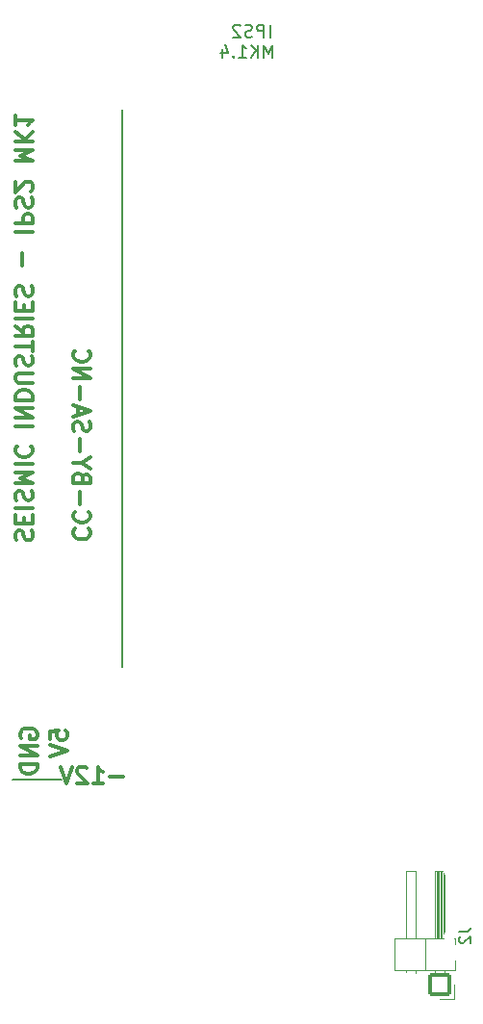
<source format=gbr>
%TF.GenerationSoftware,KiCad,Pcbnew,8.0.3*%
%TF.CreationDate,2024-07-16T16:01:19-03:00*%
%TF.ProjectId,IPS2,49505332-2e6b-4696-9361-645f70636258,rev?*%
%TF.SameCoordinates,Original*%
%TF.FileFunction,Legend,Bot*%
%TF.FilePolarity,Positive*%
%FSLAX46Y46*%
G04 Gerber Fmt 4.6, Leading zero omitted, Abs format (unit mm)*
G04 Created by KiCad (PCBNEW 8.0.3) date 2024-07-16 16:01:19*
%MOMM*%
%LPD*%
G01*
G04 APERTURE LIST*
G04 Aperture macros list*
%AMRoundRect*
0 Rectangle with rounded corners*
0 $1 Rounding radius*
0 $2 $3 $4 $5 $6 $7 $8 $9 X,Y pos of 4 corners*
0 Add a 4 corners polygon primitive as box body*
4,1,4,$2,$3,$4,$5,$6,$7,$8,$9,$2,$3,0*
0 Add four circle primitives for the rounded corners*
1,1,$1+$1,$2,$3*
1,1,$1+$1,$4,$5*
1,1,$1+$1,$6,$7*
1,1,$1+$1,$8,$9*
0 Add four rect primitives between the rounded corners*
20,1,$1+$1,$2,$3,$4,$5,0*
20,1,$1+$1,$4,$5,$6,$7,0*
20,1,$1+$1,$6,$7,$8,$9,0*
20,1,$1+$1,$8,$9,$2,$3,0*%
G04 Aperture macros list end*
%ADD10C,0.150000*%
%ADD11C,0.200000*%
%ADD12C,0.300000*%
%ADD13C,0.120000*%
%ADD14C,0.500000*%
%ADD15C,1.400000*%
%ADD16RoundRect,0.200000X-0.850000X-0.850000X0.850000X-0.850000X0.850000X0.850000X-0.850000X0.850000X0*%
%ADD17O,2.100000X2.100000*%
%ADD18C,1.000000*%
%ADD19C,2.400000*%
%ADD20O,2.800000X2.000000*%
%ADD21O,2.900000X2.000000*%
%ADD22O,2.900000X1.900000*%
%ADD23C,0.402000*%
%ADD24RoundRect,0.200000X0.850000X-0.850000X0.850000X0.850000X-0.850000X0.850000X-0.850000X-0.850000X0*%
%ADD25C,1.050000*%
%ADD26O,2.500000X1.400000*%
%ADD27O,2.200000X1.400000*%
%ADD28C,1.200000*%
%ADD29C,5.900000*%
%ADD30C,1.500000*%
%ADD31O,1.400000X2.500000*%
%ADD32O,1.400000X2.200000*%
%ADD33C,2.600000*%
%ADD34C,6.500000*%
%ADD35RoundRect,0.200000X-0.750000X-0.750000X0.750000X-0.750000X0.750000X0.750000X-0.750000X0.750000X0*%
%ADD36RoundRect,0.200000X0.750000X0.750000X-0.750000X0.750000X-0.750000X-0.750000X0.750000X-0.750000X0*%
G04 APERTURE END LIST*
D10*
X350000Y-71400000D02*
X4700000Y-71400000D01*
D11*
X10000000Y-12500000D02*
X10000000Y-61500000D01*
D12*
X693100Y-50378570D02*
X621671Y-50164285D01*
X621671Y-50164285D02*
X621671Y-49807142D01*
X621671Y-49807142D02*
X693100Y-49664285D01*
X693100Y-49664285D02*
X764528Y-49592856D01*
X764528Y-49592856D02*
X907385Y-49521427D01*
X907385Y-49521427D02*
X1050242Y-49521427D01*
X1050242Y-49521427D02*
X1193100Y-49592856D01*
X1193100Y-49592856D02*
X1264528Y-49664285D01*
X1264528Y-49664285D02*
X1335957Y-49807142D01*
X1335957Y-49807142D02*
X1407385Y-50092856D01*
X1407385Y-50092856D02*
X1478814Y-50235713D01*
X1478814Y-50235713D02*
X1550242Y-50307142D01*
X1550242Y-50307142D02*
X1693100Y-50378570D01*
X1693100Y-50378570D02*
X1835957Y-50378570D01*
X1835957Y-50378570D02*
X1978814Y-50307142D01*
X1978814Y-50307142D02*
X2050242Y-50235713D01*
X2050242Y-50235713D02*
X2121671Y-50092856D01*
X2121671Y-50092856D02*
X2121671Y-49735713D01*
X2121671Y-49735713D02*
X2050242Y-49521427D01*
X1407385Y-48878571D02*
X1407385Y-48378571D01*
X621671Y-48164285D02*
X621671Y-48878571D01*
X621671Y-48878571D02*
X2121671Y-48878571D01*
X2121671Y-48878571D02*
X2121671Y-48164285D01*
X621671Y-47521428D02*
X2121671Y-47521428D01*
X693100Y-46878570D02*
X621671Y-46664285D01*
X621671Y-46664285D02*
X621671Y-46307142D01*
X621671Y-46307142D02*
X693100Y-46164285D01*
X693100Y-46164285D02*
X764528Y-46092856D01*
X764528Y-46092856D02*
X907385Y-46021427D01*
X907385Y-46021427D02*
X1050242Y-46021427D01*
X1050242Y-46021427D02*
X1193100Y-46092856D01*
X1193100Y-46092856D02*
X1264528Y-46164285D01*
X1264528Y-46164285D02*
X1335957Y-46307142D01*
X1335957Y-46307142D02*
X1407385Y-46592856D01*
X1407385Y-46592856D02*
X1478814Y-46735713D01*
X1478814Y-46735713D02*
X1550242Y-46807142D01*
X1550242Y-46807142D02*
X1693100Y-46878570D01*
X1693100Y-46878570D02*
X1835957Y-46878570D01*
X1835957Y-46878570D02*
X1978814Y-46807142D01*
X1978814Y-46807142D02*
X2050242Y-46735713D01*
X2050242Y-46735713D02*
X2121671Y-46592856D01*
X2121671Y-46592856D02*
X2121671Y-46235713D01*
X2121671Y-46235713D02*
X2050242Y-46021427D01*
X621671Y-45378571D02*
X2121671Y-45378571D01*
X2121671Y-45378571D02*
X1050242Y-44878571D01*
X1050242Y-44878571D02*
X2121671Y-44378571D01*
X2121671Y-44378571D02*
X621671Y-44378571D01*
X621671Y-43664285D02*
X2121671Y-43664285D01*
X764528Y-42092856D02*
X693100Y-42164284D01*
X693100Y-42164284D02*
X621671Y-42378570D01*
X621671Y-42378570D02*
X621671Y-42521427D01*
X621671Y-42521427D02*
X693100Y-42735713D01*
X693100Y-42735713D02*
X835957Y-42878570D01*
X835957Y-42878570D02*
X978814Y-42949999D01*
X978814Y-42949999D02*
X1264528Y-43021427D01*
X1264528Y-43021427D02*
X1478814Y-43021427D01*
X1478814Y-43021427D02*
X1764528Y-42949999D01*
X1764528Y-42949999D02*
X1907385Y-42878570D01*
X1907385Y-42878570D02*
X2050242Y-42735713D01*
X2050242Y-42735713D02*
X2121671Y-42521427D01*
X2121671Y-42521427D02*
X2121671Y-42378570D01*
X2121671Y-42378570D02*
X2050242Y-42164284D01*
X2050242Y-42164284D02*
X1978814Y-42092856D01*
X621671Y-40307142D02*
X2121671Y-40307142D01*
X621671Y-39592856D02*
X2121671Y-39592856D01*
X2121671Y-39592856D02*
X621671Y-38735713D01*
X621671Y-38735713D02*
X2121671Y-38735713D01*
X621671Y-38021427D02*
X2121671Y-38021427D01*
X2121671Y-38021427D02*
X2121671Y-37664284D01*
X2121671Y-37664284D02*
X2050242Y-37449998D01*
X2050242Y-37449998D02*
X1907385Y-37307141D01*
X1907385Y-37307141D02*
X1764528Y-37235712D01*
X1764528Y-37235712D02*
X1478814Y-37164284D01*
X1478814Y-37164284D02*
X1264528Y-37164284D01*
X1264528Y-37164284D02*
X978814Y-37235712D01*
X978814Y-37235712D02*
X835957Y-37307141D01*
X835957Y-37307141D02*
X693100Y-37449998D01*
X693100Y-37449998D02*
X621671Y-37664284D01*
X621671Y-37664284D02*
X621671Y-38021427D01*
X2121671Y-36521427D02*
X907385Y-36521427D01*
X907385Y-36521427D02*
X764528Y-36449998D01*
X764528Y-36449998D02*
X693100Y-36378570D01*
X693100Y-36378570D02*
X621671Y-36235712D01*
X621671Y-36235712D02*
X621671Y-35949998D01*
X621671Y-35949998D02*
X693100Y-35807141D01*
X693100Y-35807141D02*
X764528Y-35735712D01*
X764528Y-35735712D02*
X907385Y-35664284D01*
X907385Y-35664284D02*
X2121671Y-35664284D01*
X693100Y-35021426D02*
X621671Y-34807141D01*
X621671Y-34807141D02*
X621671Y-34449998D01*
X621671Y-34449998D02*
X693100Y-34307141D01*
X693100Y-34307141D02*
X764528Y-34235712D01*
X764528Y-34235712D02*
X907385Y-34164283D01*
X907385Y-34164283D02*
X1050242Y-34164283D01*
X1050242Y-34164283D02*
X1193100Y-34235712D01*
X1193100Y-34235712D02*
X1264528Y-34307141D01*
X1264528Y-34307141D02*
X1335957Y-34449998D01*
X1335957Y-34449998D02*
X1407385Y-34735712D01*
X1407385Y-34735712D02*
X1478814Y-34878569D01*
X1478814Y-34878569D02*
X1550242Y-34949998D01*
X1550242Y-34949998D02*
X1693100Y-35021426D01*
X1693100Y-35021426D02*
X1835957Y-35021426D01*
X1835957Y-35021426D02*
X1978814Y-34949998D01*
X1978814Y-34949998D02*
X2050242Y-34878569D01*
X2050242Y-34878569D02*
X2121671Y-34735712D01*
X2121671Y-34735712D02*
X2121671Y-34378569D01*
X2121671Y-34378569D02*
X2050242Y-34164283D01*
X2121671Y-33735712D02*
X2121671Y-32878570D01*
X621671Y-33307141D02*
X2121671Y-33307141D01*
X621671Y-31521427D02*
X1335957Y-32021427D01*
X621671Y-32378570D02*
X2121671Y-32378570D01*
X2121671Y-32378570D02*
X2121671Y-31807141D01*
X2121671Y-31807141D02*
X2050242Y-31664284D01*
X2050242Y-31664284D02*
X1978814Y-31592855D01*
X1978814Y-31592855D02*
X1835957Y-31521427D01*
X1835957Y-31521427D02*
X1621671Y-31521427D01*
X1621671Y-31521427D02*
X1478814Y-31592855D01*
X1478814Y-31592855D02*
X1407385Y-31664284D01*
X1407385Y-31664284D02*
X1335957Y-31807141D01*
X1335957Y-31807141D02*
X1335957Y-32378570D01*
X621671Y-30878570D02*
X2121671Y-30878570D01*
X1407385Y-30164284D02*
X1407385Y-29664284D01*
X621671Y-29449998D02*
X621671Y-30164284D01*
X621671Y-30164284D02*
X2121671Y-30164284D01*
X2121671Y-30164284D02*
X2121671Y-29449998D01*
X693100Y-28878569D02*
X621671Y-28664284D01*
X621671Y-28664284D02*
X621671Y-28307141D01*
X621671Y-28307141D02*
X693100Y-28164284D01*
X693100Y-28164284D02*
X764528Y-28092855D01*
X764528Y-28092855D02*
X907385Y-28021426D01*
X907385Y-28021426D02*
X1050242Y-28021426D01*
X1050242Y-28021426D02*
X1193100Y-28092855D01*
X1193100Y-28092855D02*
X1264528Y-28164284D01*
X1264528Y-28164284D02*
X1335957Y-28307141D01*
X1335957Y-28307141D02*
X1407385Y-28592855D01*
X1407385Y-28592855D02*
X1478814Y-28735712D01*
X1478814Y-28735712D02*
X1550242Y-28807141D01*
X1550242Y-28807141D02*
X1693100Y-28878569D01*
X1693100Y-28878569D02*
X1835957Y-28878569D01*
X1835957Y-28878569D02*
X1978814Y-28807141D01*
X1978814Y-28807141D02*
X2050242Y-28735712D01*
X2050242Y-28735712D02*
X2121671Y-28592855D01*
X2121671Y-28592855D02*
X2121671Y-28235712D01*
X2121671Y-28235712D02*
X2050242Y-28021426D01*
X1193100Y-26235713D02*
X1193100Y-25092856D01*
X621671Y-23235713D02*
X2121671Y-23235713D01*
X621671Y-22521427D02*
X2121671Y-22521427D01*
X2121671Y-22521427D02*
X2121671Y-21949998D01*
X2121671Y-21949998D02*
X2050242Y-21807141D01*
X2050242Y-21807141D02*
X1978814Y-21735712D01*
X1978814Y-21735712D02*
X1835957Y-21664284D01*
X1835957Y-21664284D02*
X1621671Y-21664284D01*
X1621671Y-21664284D02*
X1478814Y-21735712D01*
X1478814Y-21735712D02*
X1407385Y-21807141D01*
X1407385Y-21807141D02*
X1335957Y-21949998D01*
X1335957Y-21949998D02*
X1335957Y-22521427D01*
X693100Y-21092855D02*
X621671Y-20878570D01*
X621671Y-20878570D02*
X621671Y-20521427D01*
X621671Y-20521427D02*
X693100Y-20378570D01*
X693100Y-20378570D02*
X764528Y-20307141D01*
X764528Y-20307141D02*
X907385Y-20235712D01*
X907385Y-20235712D02*
X1050242Y-20235712D01*
X1050242Y-20235712D02*
X1193100Y-20307141D01*
X1193100Y-20307141D02*
X1264528Y-20378570D01*
X1264528Y-20378570D02*
X1335957Y-20521427D01*
X1335957Y-20521427D02*
X1407385Y-20807141D01*
X1407385Y-20807141D02*
X1478814Y-20949998D01*
X1478814Y-20949998D02*
X1550242Y-21021427D01*
X1550242Y-21021427D02*
X1693100Y-21092855D01*
X1693100Y-21092855D02*
X1835957Y-21092855D01*
X1835957Y-21092855D02*
X1978814Y-21021427D01*
X1978814Y-21021427D02*
X2050242Y-20949998D01*
X2050242Y-20949998D02*
X2121671Y-20807141D01*
X2121671Y-20807141D02*
X2121671Y-20449998D01*
X2121671Y-20449998D02*
X2050242Y-20235712D01*
X1978814Y-19664284D02*
X2050242Y-19592856D01*
X2050242Y-19592856D02*
X2121671Y-19449999D01*
X2121671Y-19449999D02*
X2121671Y-19092856D01*
X2121671Y-19092856D02*
X2050242Y-18949999D01*
X2050242Y-18949999D02*
X1978814Y-18878570D01*
X1978814Y-18878570D02*
X1835957Y-18807141D01*
X1835957Y-18807141D02*
X1693100Y-18807141D01*
X1693100Y-18807141D02*
X1478814Y-18878570D01*
X1478814Y-18878570D02*
X621671Y-19735713D01*
X621671Y-19735713D02*
X621671Y-18807141D01*
X621671Y-17021428D02*
X2121671Y-17021428D01*
X2121671Y-17021428D02*
X1050242Y-16521428D01*
X1050242Y-16521428D02*
X2121671Y-16021428D01*
X2121671Y-16021428D02*
X621671Y-16021428D01*
X621671Y-15307142D02*
X2121671Y-15307142D01*
X621671Y-14449999D02*
X1478814Y-15092856D01*
X2121671Y-14449999D02*
X1264528Y-15307142D01*
X621671Y-13021427D02*
X621671Y-13878570D01*
X621671Y-13449999D02*
X2121671Y-13449999D01*
X2121671Y-13449999D02*
X1907385Y-13592856D01*
X1907385Y-13592856D02*
X1764528Y-13735713D01*
X1764528Y-13735713D02*
X1693100Y-13878570D01*
X3678328Y-67864286D02*
X3678328Y-67150000D01*
X3678328Y-67150000D02*
X4392614Y-67078572D01*
X4392614Y-67078572D02*
X4321185Y-67150000D01*
X4321185Y-67150000D02*
X4249757Y-67292858D01*
X4249757Y-67292858D02*
X4249757Y-67650000D01*
X4249757Y-67650000D02*
X4321185Y-67792858D01*
X4321185Y-67792858D02*
X4392614Y-67864286D01*
X4392614Y-67864286D02*
X4535471Y-67935715D01*
X4535471Y-67935715D02*
X4892614Y-67935715D01*
X4892614Y-67935715D02*
X5035471Y-67864286D01*
X5035471Y-67864286D02*
X5106900Y-67792858D01*
X5106900Y-67792858D02*
X5178328Y-67650000D01*
X5178328Y-67650000D02*
X5178328Y-67292858D01*
X5178328Y-67292858D02*
X5106900Y-67150000D01*
X5106900Y-67150000D02*
X5035471Y-67078572D01*
X3678328Y-68364286D02*
X5178328Y-68864286D01*
X5178328Y-68864286D02*
X3678328Y-69364286D01*
X1099757Y-67757143D02*
X1028328Y-67614286D01*
X1028328Y-67614286D02*
X1028328Y-67400000D01*
X1028328Y-67400000D02*
X1099757Y-67185714D01*
X1099757Y-67185714D02*
X1242614Y-67042857D01*
X1242614Y-67042857D02*
X1385471Y-66971428D01*
X1385471Y-66971428D02*
X1671185Y-66900000D01*
X1671185Y-66900000D02*
X1885471Y-66900000D01*
X1885471Y-66900000D02*
X2171185Y-66971428D01*
X2171185Y-66971428D02*
X2314042Y-67042857D01*
X2314042Y-67042857D02*
X2456900Y-67185714D01*
X2456900Y-67185714D02*
X2528328Y-67400000D01*
X2528328Y-67400000D02*
X2528328Y-67542857D01*
X2528328Y-67542857D02*
X2456900Y-67757143D01*
X2456900Y-67757143D02*
X2385471Y-67828571D01*
X2385471Y-67828571D02*
X1885471Y-67828571D01*
X1885471Y-67828571D02*
X1885471Y-67542857D01*
X2528328Y-68471428D02*
X1028328Y-68471428D01*
X1028328Y-68471428D02*
X2528328Y-69328571D01*
X2528328Y-69328571D02*
X1028328Y-69328571D01*
X2528328Y-70042857D02*
X1028328Y-70042857D01*
X1028328Y-70042857D02*
X1028328Y-70400000D01*
X1028328Y-70400000D02*
X1099757Y-70614286D01*
X1099757Y-70614286D02*
X1242614Y-70757143D01*
X1242614Y-70757143D02*
X1385471Y-70828572D01*
X1385471Y-70828572D02*
X1671185Y-70900000D01*
X1671185Y-70900000D02*
X1885471Y-70900000D01*
X1885471Y-70900000D02*
X2171185Y-70828572D01*
X2171185Y-70828572D02*
X2314042Y-70757143D01*
X2314042Y-70757143D02*
X2456900Y-70614286D01*
X2456900Y-70614286D02*
X2528328Y-70400000D01*
X2528328Y-70400000D02*
X2528328Y-70042857D01*
X5864528Y-49357142D02*
X5793100Y-49428570D01*
X5793100Y-49428570D02*
X5721671Y-49642856D01*
X5721671Y-49642856D02*
X5721671Y-49785713D01*
X5721671Y-49785713D02*
X5793100Y-49999999D01*
X5793100Y-49999999D02*
X5935957Y-50142856D01*
X5935957Y-50142856D02*
X6078814Y-50214285D01*
X6078814Y-50214285D02*
X6364528Y-50285713D01*
X6364528Y-50285713D02*
X6578814Y-50285713D01*
X6578814Y-50285713D02*
X6864528Y-50214285D01*
X6864528Y-50214285D02*
X7007385Y-50142856D01*
X7007385Y-50142856D02*
X7150242Y-49999999D01*
X7150242Y-49999999D02*
X7221671Y-49785713D01*
X7221671Y-49785713D02*
X7221671Y-49642856D01*
X7221671Y-49642856D02*
X7150242Y-49428570D01*
X7150242Y-49428570D02*
X7078814Y-49357142D01*
X5864528Y-47857142D02*
X5793100Y-47928570D01*
X5793100Y-47928570D02*
X5721671Y-48142856D01*
X5721671Y-48142856D02*
X5721671Y-48285713D01*
X5721671Y-48285713D02*
X5793100Y-48499999D01*
X5793100Y-48499999D02*
X5935957Y-48642856D01*
X5935957Y-48642856D02*
X6078814Y-48714285D01*
X6078814Y-48714285D02*
X6364528Y-48785713D01*
X6364528Y-48785713D02*
X6578814Y-48785713D01*
X6578814Y-48785713D02*
X6864528Y-48714285D01*
X6864528Y-48714285D02*
X7007385Y-48642856D01*
X7007385Y-48642856D02*
X7150242Y-48499999D01*
X7150242Y-48499999D02*
X7221671Y-48285713D01*
X7221671Y-48285713D02*
X7221671Y-48142856D01*
X7221671Y-48142856D02*
X7150242Y-47928570D01*
X7150242Y-47928570D02*
X7078814Y-47857142D01*
X6293100Y-47214285D02*
X6293100Y-46071428D01*
X6507385Y-44857142D02*
X6435957Y-44642856D01*
X6435957Y-44642856D02*
X6364528Y-44571427D01*
X6364528Y-44571427D02*
X6221671Y-44499999D01*
X6221671Y-44499999D02*
X6007385Y-44499999D01*
X6007385Y-44499999D02*
X5864528Y-44571427D01*
X5864528Y-44571427D02*
X5793100Y-44642856D01*
X5793100Y-44642856D02*
X5721671Y-44785713D01*
X5721671Y-44785713D02*
X5721671Y-45357142D01*
X5721671Y-45357142D02*
X7221671Y-45357142D01*
X7221671Y-45357142D02*
X7221671Y-44857142D01*
X7221671Y-44857142D02*
X7150242Y-44714285D01*
X7150242Y-44714285D02*
X7078814Y-44642856D01*
X7078814Y-44642856D02*
X6935957Y-44571427D01*
X6935957Y-44571427D02*
X6793100Y-44571427D01*
X6793100Y-44571427D02*
X6650242Y-44642856D01*
X6650242Y-44642856D02*
X6578814Y-44714285D01*
X6578814Y-44714285D02*
X6507385Y-44857142D01*
X6507385Y-44857142D02*
X6507385Y-45357142D01*
X6435957Y-43571427D02*
X5721671Y-43571427D01*
X7221671Y-44071427D02*
X6435957Y-43571427D01*
X6435957Y-43571427D02*
X7221671Y-43071427D01*
X6293100Y-42571428D02*
X6293100Y-41428571D01*
X5793100Y-40785713D02*
X5721671Y-40571428D01*
X5721671Y-40571428D02*
X5721671Y-40214285D01*
X5721671Y-40214285D02*
X5793100Y-40071428D01*
X5793100Y-40071428D02*
X5864528Y-39999999D01*
X5864528Y-39999999D02*
X6007385Y-39928570D01*
X6007385Y-39928570D02*
X6150242Y-39928570D01*
X6150242Y-39928570D02*
X6293100Y-39999999D01*
X6293100Y-39999999D02*
X6364528Y-40071428D01*
X6364528Y-40071428D02*
X6435957Y-40214285D01*
X6435957Y-40214285D02*
X6507385Y-40499999D01*
X6507385Y-40499999D02*
X6578814Y-40642856D01*
X6578814Y-40642856D02*
X6650242Y-40714285D01*
X6650242Y-40714285D02*
X6793100Y-40785713D01*
X6793100Y-40785713D02*
X6935957Y-40785713D01*
X6935957Y-40785713D02*
X7078814Y-40714285D01*
X7078814Y-40714285D02*
X7150242Y-40642856D01*
X7150242Y-40642856D02*
X7221671Y-40499999D01*
X7221671Y-40499999D02*
X7221671Y-40142856D01*
X7221671Y-40142856D02*
X7150242Y-39928570D01*
X6150242Y-39357142D02*
X6150242Y-38642857D01*
X5721671Y-39499999D02*
X7221671Y-38999999D01*
X7221671Y-38999999D02*
X5721671Y-38499999D01*
X6293100Y-38000000D02*
X6293100Y-36857143D01*
X5721671Y-36142857D02*
X7221671Y-36142857D01*
X7221671Y-36142857D02*
X5721671Y-35285714D01*
X5721671Y-35285714D02*
X7221671Y-35285714D01*
X5864528Y-33714285D02*
X5793100Y-33785713D01*
X5793100Y-33785713D02*
X5721671Y-33999999D01*
X5721671Y-33999999D02*
X5721671Y-34142856D01*
X5721671Y-34142856D02*
X5793100Y-34357142D01*
X5793100Y-34357142D02*
X5935957Y-34499999D01*
X5935957Y-34499999D02*
X6078814Y-34571428D01*
X6078814Y-34571428D02*
X6364528Y-34642856D01*
X6364528Y-34642856D02*
X6578814Y-34642856D01*
X6578814Y-34642856D02*
X6864528Y-34571428D01*
X6864528Y-34571428D02*
X7007385Y-34499999D01*
X7007385Y-34499999D02*
X7150242Y-34357142D01*
X7150242Y-34357142D02*
X7221671Y-34142856D01*
X7221671Y-34142856D02*
X7221671Y-33999999D01*
X7221671Y-33999999D02*
X7150242Y-33785713D01*
X7150242Y-33785713D02*
X7078814Y-33714285D01*
X10092856Y-71206900D02*
X8949999Y-71206900D01*
X7449998Y-71778328D02*
X8307141Y-71778328D01*
X7878570Y-71778328D02*
X7878570Y-70278328D01*
X7878570Y-70278328D02*
X8021427Y-70492614D01*
X8021427Y-70492614D02*
X8164284Y-70635471D01*
X8164284Y-70635471D02*
X8307141Y-70706900D01*
X6878570Y-70421185D02*
X6807142Y-70349757D01*
X6807142Y-70349757D02*
X6664285Y-70278328D01*
X6664285Y-70278328D02*
X6307142Y-70278328D01*
X6307142Y-70278328D02*
X6164285Y-70349757D01*
X6164285Y-70349757D02*
X6092856Y-70421185D01*
X6092856Y-70421185D02*
X6021427Y-70564042D01*
X6021427Y-70564042D02*
X6021427Y-70706900D01*
X6021427Y-70706900D02*
X6092856Y-70921185D01*
X6092856Y-70921185D02*
X6949999Y-71778328D01*
X6949999Y-71778328D02*
X6021427Y-71778328D01*
X5592856Y-70278328D02*
X5092856Y-71778328D01*
X5092856Y-71778328D02*
X4592856Y-70278328D01*
D10*
X23016666Y-6115611D02*
X23016666Y-5015611D01*
X22492856Y-6115611D02*
X22492856Y-5015611D01*
X22492856Y-5015611D02*
X22073808Y-5015611D01*
X22073808Y-5015611D02*
X21969046Y-5067992D01*
X21969046Y-5067992D02*
X21916665Y-5120373D01*
X21916665Y-5120373D02*
X21864284Y-5225135D01*
X21864284Y-5225135D02*
X21864284Y-5382278D01*
X21864284Y-5382278D02*
X21916665Y-5487040D01*
X21916665Y-5487040D02*
X21969046Y-5539421D01*
X21969046Y-5539421D02*
X22073808Y-5591802D01*
X22073808Y-5591802D02*
X22492856Y-5591802D01*
X21445237Y-6063231D02*
X21288094Y-6115611D01*
X21288094Y-6115611D02*
X21026189Y-6115611D01*
X21026189Y-6115611D02*
X20921427Y-6063231D01*
X20921427Y-6063231D02*
X20869046Y-6010850D01*
X20869046Y-6010850D02*
X20816665Y-5906088D01*
X20816665Y-5906088D02*
X20816665Y-5801326D01*
X20816665Y-5801326D02*
X20869046Y-5696564D01*
X20869046Y-5696564D02*
X20921427Y-5644183D01*
X20921427Y-5644183D02*
X21026189Y-5591802D01*
X21026189Y-5591802D02*
X21235713Y-5539421D01*
X21235713Y-5539421D02*
X21340475Y-5487040D01*
X21340475Y-5487040D02*
X21392856Y-5434659D01*
X21392856Y-5434659D02*
X21445237Y-5329897D01*
X21445237Y-5329897D02*
X21445237Y-5225135D01*
X21445237Y-5225135D02*
X21392856Y-5120373D01*
X21392856Y-5120373D02*
X21340475Y-5067992D01*
X21340475Y-5067992D02*
X21235713Y-5015611D01*
X21235713Y-5015611D02*
X20973808Y-5015611D01*
X20973808Y-5015611D02*
X20816665Y-5067992D01*
X20397618Y-5120373D02*
X20345237Y-5067992D01*
X20345237Y-5067992D02*
X20240475Y-5015611D01*
X20240475Y-5015611D02*
X19978570Y-5015611D01*
X19978570Y-5015611D02*
X19873808Y-5067992D01*
X19873808Y-5067992D02*
X19821427Y-5120373D01*
X19821427Y-5120373D02*
X19769046Y-5225135D01*
X19769046Y-5225135D02*
X19769046Y-5329897D01*
X19769046Y-5329897D02*
X19821427Y-5487040D01*
X19821427Y-5487040D02*
X20449999Y-6115611D01*
X20449999Y-6115611D02*
X19769046Y-6115611D01*
X23226190Y-7886549D02*
X23226190Y-6786549D01*
X23226190Y-6786549D02*
X22859523Y-7572264D01*
X22859523Y-7572264D02*
X22492856Y-6786549D01*
X22492856Y-6786549D02*
X22492856Y-7886549D01*
X21969047Y-7886549D02*
X21969047Y-6786549D01*
X21340475Y-7886549D02*
X21811904Y-7257978D01*
X21340475Y-6786549D02*
X21969047Y-7415121D01*
X20292856Y-7886549D02*
X20921428Y-7886549D01*
X20607142Y-7886549D02*
X20607142Y-6786549D01*
X20607142Y-6786549D02*
X20711904Y-6943692D01*
X20711904Y-6943692D02*
X20816666Y-7048454D01*
X20816666Y-7048454D02*
X20921428Y-7100835D01*
X19821428Y-7781788D02*
X19769047Y-7834169D01*
X19769047Y-7834169D02*
X19821428Y-7886549D01*
X19821428Y-7886549D02*
X19873809Y-7834169D01*
X19873809Y-7834169D02*
X19821428Y-7781788D01*
X19821428Y-7781788D02*
X19821428Y-7886549D01*
X18826189Y-7153216D02*
X18826189Y-7886549D01*
X19088094Y-6734169D02*
X19349999Y-7519883D01*
X19349999Y-7519883D02*
X18669046Y-7519883D01*
X39664819Y-84801666D02*
X40379104Y-84801666D01*
X40379104Y-84801666D02*
X40521961Y-84754047D01*
X40521961Y-84754047D02*
X40617200Y-84658809D01*
X40617200Y-84658809D02*
X40664819Y-84515952D01*
X40664819Y-84515952D02*
X40664819Y-84420714D01*
X39760057Y-85230238D02*
X39712438Y-85277857D01*
X39712438Y-85277857D02*
X39664819Y-85373095D01*
X39664819Y-85373095D02*
X39664819Y-85611190D01*
X39664819Y-85611190D02*
X39712438Y-85706428D01*
X39712438Y-85706428D02*
X39760057Y-85754047D01*
X39760057Y-85754047D02*
X39855295Y-85801666D01*
X39855295Y-85801666D02*
X39950533Y-85801666D01*
X39950533Y-85801666D02*
X40093390Y-85754047D01*
X40093390Y-85754047D02*
X40664819Y-85182619D01*
X40664819Y-85182619D02*
X40664819Y-85801666D01*
D13*
%TO.C,J2*%
X34010000Y-85430000D02*
X36670000Y-85430000D01*
X34010000Y-88170000D02*
X34010000Y-85430000D01*
X34960000Y-79430000D02*
X35840000Y-79430000D01*
X34960000Y-85430000D02*
X34960000Y-79430000D01*
X34960000Y-88480000D02*
X34960000Y-88170000D01*
X35840000Y-79430000D02*
X35840000Y-85430000D01*
X35840000Y-85430000D02*
X34960000Y-85430000D01*
X35840000Y-88480000D02*
X35840000Y-88170000D01*
X36670000Y-85430000D02*
X36670000Y-88170000D01*
X36670000Y-85430000D02*
X39330000Y-85430000D01*
X36670000Y-88170000D02*
X34010000Y-88170000D01*
X36670000Y-88170000D02*
X36670000Y-85430000D01*
X37500000Y-79430000D02*
X38380000Y-79430000D01*
X37500000Y-85430000D02*
X37500000Y-79430000D01*
X37500000Y-88480000D02*
X37500000Y-88170000D01*
X37540000Y-85430000D02*
X37540000Y-79430000D01*
X37660000Y-85430000D02*
X37660000Y-79430000D01*
X37780000Y-85430000D02*
X37780000Y-79430000D01*
X37900000Y-85430000D02*
X37900000Y-79430000D01*
X37940000Y-90720000D02*
X39210000Y-90720000D01*
X38020000Y-85430000D02*
X38020000Y-79430000D01*
X38140000Y-85430000D02*
X38140000Y-79430000D01*
X38260000Y-85430000D02*
X38260000Y-79430000D01*
X38380000Y-79430000D02*
X38380000Y-85430000D01*
X38380000Y-85430000D02*
X37500000Y-85430000D01*
X38380000Y-88480000D02*
X38380000Y-88170000D01*
X39210000Y-90720000D02*
X39210000Y-89450000D01*
X39330000Y-85430000D02*
X39330000Y-88170000D01*
X39330000Y-88170000D02*
X36670000Y-88170000D01*
%TD*%
%LPC*%
D14*
X9600000Y-44500000D02*
X9600000Y-42800000D01*
X9200000Y-44500000D02*
X9200000Y-42800000D01*
X8800000Y-44500000D02*
X8800000Y-42800000D01*
X8400000Y-44500000D02*
X8400000Y-42800000D01*
X8000000Y-44500000D02*
X8000000Y-42800000D01*
X8100000Y-44500000D02*
X8100000Y-42800000D01*
X9600000Y-42800000D02*
X8000000Y-42800000D01*
X9600000Y-44500000D02*
X8000000Y-44500000D01*
X9600000Y-29950000D02*
X7900000Y-29950000D01*
X9200000Y-31650000D02*
X9200000Y-29950000D01*
X9600000Y-31650000D02*
X9600000Y-29950000D01*
X8100000Y-31650000D02*
X8100000Y-29950000D01*
X8800000Y-31650000D02*
X8800000Y-29950000D01*
X7900000Y-31650000D02*
X7900000Y-29950000D01*
X9600000Y-31650000D02*
X7900000Y-31650000D01*
X8400000Y-31650000D02*
X8400000Y-29950000D01*
D15*
X9000000Y-24000000D02*
X9000000Y-40000000D01*
D16*
%TO.C,P1*%
X35070000Y-96770000D03*
D17*
X37610000Y-96770000D03*
X35070000Y-99310000D03*
X37610000Y-99310000D03*
X35070000Y-101850000D03*
X37610000Y-101850000D03*
X35070000Y-104390000D03*
X37610000Y-104390000D03*
X35070000Y-106930000D03*
X37610000Y-106930000D03*
%TD*%
D18*
%TO.C,U1*%
X41329000Y-55539000D03*
X41329000Y-53761000D03*
D19*
X40440000Y-54650000D03*
D18*
X39551000Y-55539000D03*
X39551000Y-53761000D03*
%TD*%
D20*
%TO.C,SHUT_M1*%
X54740000Y-120050000D03*
D21*
X54740000Y-122470000D03*
D22*
X54740000Y-130770000D03*
%TD*%
D20*
%TO.C,SHUT_P1*%
X54740000Y-35650000D03*
D21*
X54740000Y-33230000D03*
D22*
X54740000Y-24930000D03*
%TD*%
D23*
%TO.C,REF\u002A\u002A*%
X48040000Y-117950000D03*
X49440000Y-117950000D03*
X48040000Y-117350000D03*
X49440000Y-117350000D03*
X48040000Y-116750000D03*
X49440000Y-116750000D03*
%TD*%
%TO.C,REF\u002A\u002A*%
X48040000Y-67450000D03*
X49440000Y-67450000D03*
X48040000Y-66850000D03*
X49440000Y-66850000D03*
X48040000Y-66250000D03*
X49440000Y-66250000D03*
%TD*%
%TO.C,REF\u002A\u002A*%
X48040000Y-84450000D03*
X49440000Y-84450000D03*
X48040000Y-83850000D03*
X49440000Y-83850000D03*
X48040000Y-83250000D03*
X49440000Y-83250000D03*
%TD*%
D24*
%TO.C,J3*%
X51040000Y-120040000D03*
D17*
X51040000Y-117500000D03*
%TD*%
D23*
%TO.C,REF\u002A\u002A*%
X48040000Y-40450000D03*
X49440000Y-40450000D03*
X48040000Y-39850000D03*
X49440000Y-39850000D03*
X48040000Y-39250000D03*
X49440000Y-39250000D03*
%TD*%
D25*
%TO.C,J1*%
X38840000Y-79440000D03*
X38840000Y-85220000D03*
D26*
X39360000Y-78010000D03*
D27*
X35160000Y-78010000D03*
D26*
X39360000Y-86650000D03*
D27*
X35160000Y-86650000D03*
%TD*%
D28*
%TO.C,T9*%
X39840000Y-41190000D03*
X40490000Y-39640000D03*
X40490000Y-42740000D03*
X42040000Y-38990000D03*
D29*
X42040000Y-41190000D03*
D28*
X42040000Y-43390000D03*
X43590000Y-39640000D03*
X43590000Y-42740000D03*
X44240000Y-41190000D03*
%TD*%
D30*
%TO.C,T7*%
X54740000Y-37450000D03*
%TD*%
%TO.C,T8*%
X42740000Y-37350000D03*
%TD*%
D25*
%TO.C,J4*%
X35760000Y-113760000D03*
X41540000Y-113760000D03*
D31*
X34330000Y-113240000D03*
D32*
X34330000Y-117440000D03*
D31*
X42970000Y-113240000D03*
D32*
X42970000Y-117440000D03*
%TD*%
D33*
%TO.C,*%
X66940000Y-71850000D03*
%TD*%
D34*
%TO.C,*%
X66620000Y-125587500D03*
%TD*%
%TO.C,*%
X66645000Y-30112500D03*
%TD*%
D23*
%TO.C,REF\u002A\u002A*%
X59910000Y-40350000D03*
X61310000Y-40350000D03*
X59910000Y-39750000D03*
X61310000Y-39750000D03*
X59910000Y-39150000D03*
X61310000Y-39150000D03*
%TD*%
D33*
%TO.C,*%
X66940000Y-75350000D03*
%TD*%
D23*
%TO.C,REF\u002A\u002A*%
X59870000Y-117860000D03*
X61270000Y-117860000D03*
X59870000Y-117260000D03*
X61270000Y-117260000D03*
X59870000Y-116660000D03*
X61270000Y-116660000D03*
%TD*%
%TO.C,REF\u002A\u002A*%
X59890000Y-84340000D03*
X61290000Y-84340000D03*
X59890000Y-83740000D03*
X61290000Y-83740000D03*
X59890000Y-83140000D03*
X61290000Y-83140000D03*
%TD*%
%TO.C,REF\u002A\u002A*%
X59930000Y-67360000D03*
X61330000Y-67360000D03*
X59930000Y-66760000D03*
X61330000Y-66760000D03*
X59930000Y-66160000D03*
X61330000Y-66160000D03*
%TD*%
D24*
%TO.C,J2*%
X37940000Y-89450000D03*
D17*
X35400000Y-89450000D03*
%TD*%
D30*
%TO.C,T1*%
X51240000Y-115450000D03*
D35*
X51240000Y-115450000D03*
%TD*%
D30*
%TO.C,T2*%
X46240000Y-115450000D03*
D36*
X46240000Y-115450000D03*
%TD*%
D30*
%TO.C,T3*%
X46440000Y-37450000D03*
D35*
X46440000Y-37450000D03*
%TD*%
D30*
%TO.C,T4*%
X51340000Y-37450000D03*
D36*
X51340000Y-37450000D03*
%TD*%
D30*
%TO.C,T5*%
X46440000Y-41550000D03*
D36*
X46440000Y-41550000D03*
%TD*%
D30*
%TO.C,T6*%
X51240000Y-41550000D03*
D35*
X51240000Y-41550000D03*
%TD*%
%LPD*%
M02*

</source>
